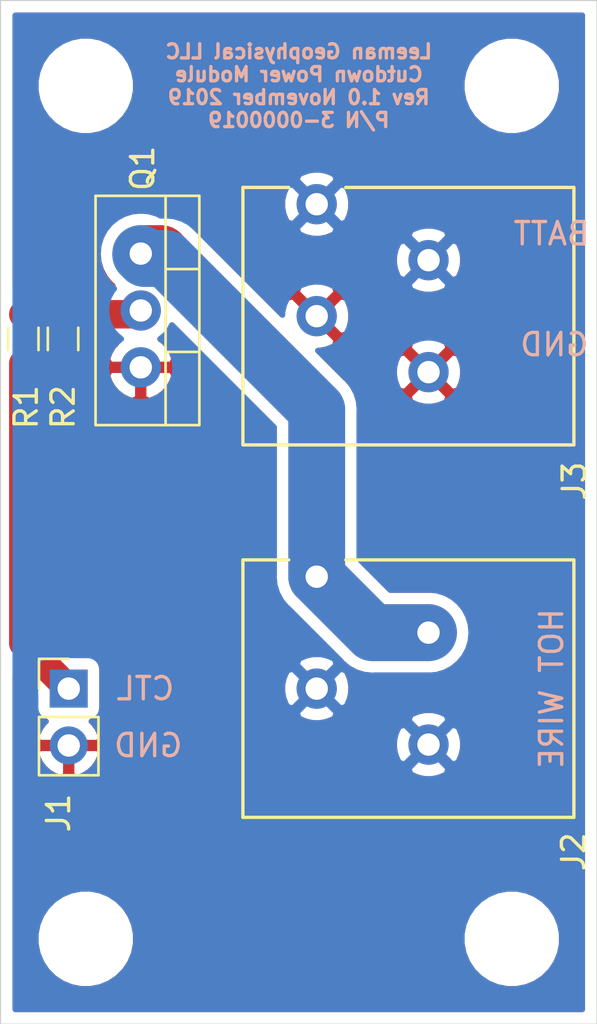
<source format=kicad_pcb>
(kicad_pcb (version 20171130) (host pcbnew "(5.1.4)-1")

  (general
    (thickness 1.6)
    (drawings 10)
    (tracks 19)
    (zones 0)
    (modules 10)
    (nets 6)
  )

  (page A4)
  (layers
    (0 F.Cu signal hide)
    (31 B.Cu signal hide)
    (32 B.Adhes user)
    (33 F.Adhes user hide)
    (34 B.Paste user)
    (35 F.Paste user)
    (36 B.SilkS user)
    (37 F.SilkS user)
    (38 B.Mask user)
    (39 F.Mask user)
    (40 Dwgs.User user)
    (41 Cmts.User user)
    (42 Eco1.User user)
    (43 Eco2.User user)
    (44 Edge.Cuts user)
    (45 Margin user)
    (46 B.CrtYd user)
    (47 F.CrtYd user)
    (48 B.Fab user)
    (49 F.Fab user hide)
  )

  (setup
    (last_trace_width 2.54)
    (user_trace_width 0.1524)
    (user_trace_width 0.3048)
    (user_trace_width 0.508)
    (user_trace_width 0.635)
    (user_trace_width 1.27)
    (user_trace_width 2.54)
    (user_trace_width 3.81)
    (trace_clearance 0.1524)
    (zone_clearance 0.508)
    (zone_45_only no)
    (trace_min 0.1524)
    (via_size 0.508)
    (via_drill 0.254)
    (via_min_size 0.508)
    (via_min_drill 0.254)
    (user_via 0.508 0.254)
    (user_via 1.016 0.508)
    (uvia_size 0.508)
    (uvia_drill 0.254)
    (uvias_allowed no)
    (uvia_min_size 0.508)
    (uvia_min_drill 0.254)
    (edge_width 0.05)
    (segment_width 0.2)
    (pcb_text_width 0.3)
    (pcb_text_size 1.5 1.5)
    (mod_edge_width 0.12)
    (mod_text_size 1 1)
    (mod_text_width 0.15)
    (pad_size 1.524 1.524)
    (pad_drill 0.762)
    (pad_to_mask_clearance 0.0508)
    (aux_axis_origin 0 0)
    (visible_elements 7FFFFFFF)
    (pcbplotparams
      (layerselection 0x010fc_ffffffff)
      (usegerberextensions false)
      (usegerberattributes false)
      (usegerberadvancedattributes false)
      (creategerberjobfile false)
      (excludeedgelayer true)
      (linewidth 0.100000)
      (plotframeref false)
      (viasonmask false)
      (mode 1)
      (useauxorigin false)
      (hpglpennumber 1)
      (hpglpenspeed 20)
      (hpglpendiameter 15.000000)
      (psnegative false)
      (psa4output false)
      (plotreference true)
      (plotvalue true)
      (plotinvisibletext false)
      (padsonsilk false)
      (subtractmaskfromsilk false)
      (outputformat 1)
      (mirror false)
      (drillshape 0)
      (scaleselection 1)
      (outputdirectory "../../Production/GERBERS/"))
  )

  (net 0 "")
  (net 1 GND)
  (net 2 "Net-(J1-Pad1)")
  (net 3 "Net-(J2-Pad2)")
  (net 4 "Net-(Q1-Pad2)")
  (net 5 "Net-(J2-Pad1)")

  (net_class Default "This is the default net class."
    (clearance 0.1524)
    (trace_width 0.1524)
    (via_dia 0.508)
    (via_drill 0.254)
    (uvia_dia 0.508)
    (uvia_drill 0.254)
    (diff_pair_width 0.1524)
    (diff_pair_gap 0.254)
    (add_net GND)
    (add_net "Net-(J1-Pad1)")
    (add_net "Net-(J2-Pad1)")
    (add_net "Net-(J2-Pad2)")
    (add_net "Net-(Q1-Pad2)")
  )

  (module Pin_Headers:Pin_Header_Straight_1x02_Pitch2.54mm (layer F.Cu) (tedit 59650532) (tstamp 5DD55B4F)
    (at 159.258 118.364)
    (descr "Through hole straight pin header, 1x02, 2.54mm pitch, single row")
    (tags "Through hole pin header THT 1x02 2.54mm single row")
    (path /5DD6DBBC)
    (fp_text reference J1 (at -0.459 5.556 270) (layer F.SilkS)
      (effects (font (size 1 1) (thickness 0.15)))
    )
    (fp_text value "Control Signal" (at 0 4.87) (layer F.Fab)
      (effects (font (size 1 1) (thickness 0.15)))
    )
    (fp_text user %R (at 0 1.27 90) (layer F.Fab)
      (effects (font (size 1 1) (thickness 0.15)))
    )
    (fp_line (start 1.8 -1.8) (end -1.8 -1.8) (layer F.CrtYd) (width 0.05))
    (fp_line (start 1.8 4.35) (end 1.8 -1.8) (layer F.CrtYd) (width 0.05))
    (fp_line (start -1.8 4.35) (end 1.8 4.35) (layer F.CrtYd) (width 0.05))
    (fp_line (start -1.8 -1.8) (end -1.8 4.35) (layer F.CrtYd) (width 0.05))
    (fp_line (start -1.33 -1.33) (end 0 -1.33) (layer F.SilkS) (width 0.12))
    (fp_line (start -1.33 0) (end -1.33 -1.33) (layer F.SilkS) (width 0.12))
    (fp_line (start -1.33 1.27) (end 1.33 1.27) (layer F.SilkS) (width 0.12))
    (fp_line (start 1.33 1.27) (end 1.33 3.87) (layer F.SilkS) (width 0.12))
    (fp_line (start -1.33 1.27) (end -1.33 3.87) (layer F.SilkS) (width 0.12))
    (fp_line (start -1.33 3.87) (end 1.33 3.87) (layer F.SilkS) (width 0.12))
    (fp_line (start -1.27 -0.635) (end -0.635 -1.27) (layer F.Fab) (width 0.1))
    (fp_line (start -1.27 3.81) (end -1.27 -0.635) (layer F.Fab) (width 0.1))
    (fp_line (start 1.27 3.81) (end -1.27 3.81) (layer F.Fab) (width 0.1))
    (fp_line (start 1.27 -1.27) (end 1.27 3.81) (layer F.Fab) (width 0.1))
    (fp_line (start -0.635 -1.27) (end 1.27 -1.27) (layer F.Fab) (width 0.1))
    (pad 2 thru_hole oval (at 0 2.54) (size 1.7 1.7) (drill 1) (layers *.Cu *.Mask)
      (net 1 GND))
    (pad 1 thru_hole rect (at 0 0) (size 1.7 1.7) (drill 1) (layers *.Cu *.Mask)
      (net 2 "Net-(J1-Pad1)"))
    (model ${KISYS3DMOD}/Pin_Headers.3dshapes/Pin_Header_Straight_1x02_Pitch2.54mm.wrl
      (at (xyz 0 0 0))
      (scale (xyz 1 1 1))
      (rotate (xyz 0 0 0))
    )
  )

  (module lib_fp:1986711-2 (layer F.Cu) (tedit 5DD554D3) (tstamp 5DD559BA)
    (at 172.847 118.364 90)
    (path /5DD6D740)
    (fp_text reference J2 (at -7.287 8.984 90) (layer F.SilkS)
      (effects (font (size 1 1) (thickness 0.15)))
    )
    (fp_text value "Heater Coil" (at 0 -0.5 90) (layer F.Fab)
      (effects (font (size 1 1) (thickness 0.15)))
    )
    (fp_line (start -5.75 -5.8) (end -5.75 9) (layer F.SilkS) (width 0.15))
    (fp_line (start -5.75 9) (end 5.75 9) (layer F.SilkS) (width 0.15))
    (fp_line (start 5.75 9) (end 5.75 -1.2) (layer F.SilkS) (width 0.15))
    (fp_line (start 5.75 -5.8) (end -5.75 -5.8) (layer F.SilkS) (width 0.15))
    (fp_line (start 5.75 -5.8) (end 5.75 -3.75) (layer F.SilkS) (width 0.15))
    (pad 1 thru_hole circle (at -2.5 2.5 90) (size 1.8 1.8) (drill 1) (layers *.Cu *.Mask)
      (net 5 "Net-(J2-Pad1)"))
    (pad 1 thru_hole circle (at 0 -2.5 90) (size 1.8 1.8) (drill 1) (layers *.Cu *.Mask)
      (net 5 "Net-(J2-Pad1)"))
    (pad 2 thru_hole circle (at 2.5 2.5 90) (size 1.8 1.8) (drill 1) (layers *.Cu *.Mask)
      (net 3 "Net-(J2-Pad2)"))
    (pad 2 thru_hole circle (at 5 -2.5 90) (size 1.8 1.8) (drill 1) (layers *.Cu *.Mask)
      (net 3 "Net-(J2-Pad2)"))
  )

  (module TO_SOT_Packages_THT:TO-220-3_Vertical (layer F.Cu) (tedit 58CE52AD) (tstamp 5DD559D4)
    (at 162.478999 98.933 270)
    (descr "TO-220-3, Vertical, RM 2.54mm")
    (tags "TO-220-3 Vertical RM 2.54mm")
    (path /5DD6A8BA)
    (fp_text reference Q1 (at -3.81 -0.081001 90) (layer F.SilkS)
      (effects (font (size 1 1) (thickness 0.15)))
    )
    (fp_text value FQP30N06L (at 2.54 3.92 90) (layer F.Fab)
      (effects (font (size 1 1) (thickness 0.15)))
    )
    (fp_line (start 7.79 -2.75) (end -2.71 -2.75) (layer F.CrtYd) (width 0.05))
    (fp_line (start 7.79 2.16) (end 7.79 -2.75) (layer F.CrtYd) (width 0.05))
    (fp_line (start -2.71 2.16) (end 7.79 2.16) (layer F.CrtYd) (width 0.05))
    (fp_line (start -2.71 -2.75) (end -2.71 2.16) (layer F.CrtYd) (width 0.05))
    (fp_line (start 4.391 -2.62) (end 4.391 -1.11) (layer F.SilkS) (width 0.12))
    (fp_line (start 0.69 -2.62) (end 0.69 -1.11) (layer F.SilkS) (width 0.12))
    (fp_line (start -2.58 -1.11) (end 7.66 -1.11) (layer F.SilkS) (width 0.12))
    (fp_line (start 7.66 -2.62) (end 7.66 2.021) (layer F.SilkS) (width 0.12))
    (fp_line (start -2.58 -2.62) (end -2.58 2.021) (layer F.SilkS) (width 0.12))
    (fp_line (start -2.58 2.021) (end 7.66 2.021) (layer F.SilkS) (width 0.12))
    (fp_line (start -2.58 -2.62) (end 7.66 -2.62) (layer F.SilkS) (width 0.12))
    (fp_line (start 4.39 -2.5) (end 4.39 -1.23) (layer F.Fab) (width 0.1))
    (fp_line (start 0.69 -2.5) (end 0.69 -1.23) (layer F.Fab) (width 0.1))
    (fp_line (start -2.46 -1.23) (end 7.54 -1.23) (layer F.Fab) (width 0.1))
    (fp_line (start 7.54 -2.5) (end -2.46 -2.5) (layer F.Fab) (width 0.1))
    (fp_line (start 7.54 1.9) (end 7.54 -2.5) (layer F.Fab) (width 0.1))
    (fp_line (start -2.46 1.9) (end 7.54 1.9) (layer F.Fab) (width 0.1))
    (fp_line (start -2.46 -2.5) (end -2.46 1.9) (layer F.Fab) (width 0.1))
    (fp_text user %R (at 2.54 -3.62 90) (layer F.Fab)
      (effects (font (size 1 1) (thickness 0.15)))
    )
    (pad 3 thru_hole oval (at 5.08 0 270) (size 1.8 1.8) (drill 1) (layers *.Cu *.Mask)
      (net 1 GND))
    (pad 2 thru_hole oval (at 2.54 0 270) (size 1.8 1.8) (drill 1) (layers *.Cu *.Mask)
      (net 4 "Net-(Q1-Pad2)"))
    (pad 1 thru_hole rect (at 0 0 270) (size 1.8 1.8) (drill 1) (layers *.Cu *.Mask)
      (net 3 "Net-(J2-Pad2)"))
    (model ${KISYS3DMOD}/TO_SOT_Packages_THT.3dshapes/TO-220-3_Vertical.wrl
      (offset (xyz 2.539999961853027 0 0))
      (scale (xyz 0.393701 0.393701 0.393701))
      (rotate (xyz 0 0 0))
    )
  )

  (module Resistors_SMD:R_0603_HandSoldering (layer F.Cu) (tedit 58E0A804) (tstamp 5DD559E5)
    (at 157.226 102.743 270)
    (descr "Resistor SMD 0603, hand soldering")
    (tags "resistor 0603")
    (path /5DD6A268)
    (attr smd)
    (fp_text reference R1 (at 3.048 -0.127 90) (layer F.SilkS)
      (effects (font (size 1 1) (thickness 0.15)))
    )
    (fp_text value 0R0 (at 0 1.55 90) (layer F.Fab)
      (effects (font (size 1 1) (thickness 0.15)))
    )
    (fp_line (start 1.95 0.7) (end -1.96 0.7) (layer F.CrtYd) (width 0.05))
    (fp_line (start 1.95 0.7) (end 1.95 -0.7) (layer F.CrtYd) (width 0.05))
    (fp_line (start -1.96 -0.7) (end -1.96 0.7) (layer F.CrtYd) (width 0.05))
    (fp_line (start -1.96 -0.7) (end 1.95 -0.7) (layer F.CrtYd) (width 0.05))
    (fp_line (start -0.5 -0.68) (end 0.5 -0.68) (layer F.SilkS) (width 0.12))
    (fp_line (start 0.5 0.68) (end -0.5 0.68) (layer F.SilkS) (width 0.12))
    (fp_line (start -0.8 -0.4) (end 0.8 -0.4) (layer F.Fab) (width 0.1))
    (fp_line (start 0.8 -0.4) (end 0.8 0.4) (layer F.Fab) (width 0.1))
    (fp_line (start 0.8 0.4) (end -0.8 0.4) (layer F.Fab) (width 0.1))
    (fp_line (start -0.8 0.4) (end -0.8 -0.4) (layer F.Fab) (width 0.1))
    (fp_text user %R (at 0 0 90) (layer F.Fab)
      (effects (font (size 0.4 0.4) (thickness 0.075)))
    )
    (pad 2 smd rect (at 1.1 0 270) (size 1.2 0.9) (layers F.Cu F.Paste F.Mask)
      (net 2 "Net-(J1-Pad1)"))
    (pad 1 smd rect (at -1.1 0 270) (size 1.2 0.9) (layers F.Cu F.Paste F.Mask)
      (net 4 "Net-(Q1-Pad2)"))
    (model ${KISYS3DMOD}/Resistors_SMD.3dshapes/R_0603.wrl
      (at (xyz 0 0 0))
      (scale (xyz 1 1 1))
      (rotate (xyz 0 0 0))
    )
  )

  (module Resistors_SMD:R_0603_HandSoldering (layer F.Cu) (tedit 58E0A804) (tstamp 5DD55C1F)
    (at 159.004 102.743 270)
    (descr "Resistor SMD 0603, hand soldering")
    (tags "resistor 0603")
    (path /5DD6A40B)
    (attr smd)
    (fp_text reference R2 (at 3.048 0 90) (layer F.SilkS)
      (effects (font (size 1 1) (thickness 0.15)))
    )
    (fp_text value 10k (at 0 1.55 90) (layer F.Fab)
      (effects (font (size 1 1) (thickness 0.15)))
    )
    (fp_text user %R (at 0 0 90) (layer F.Fab)
      (effects (font (size 0.4 0.4) (thickness 0.075)))
    )
    (fp_line (start -0.8 0.4) (end -0.8 -0.4) (layer F.Fab) (width 0.1))
    (fp_line (start 0.8 0.4) (end -0.8 0.4) (layer F.Fab) (width 0.1))
    (fp_line (start 0.8 -0.4) (end 0.8 0.4) (layer F.Fab) (width 0.1))
    (fp_line (start -0.8 -0.4) (end 0.8 -0.4) (layer F.Fab) (width 0.1))
    (fp_line (start 0.5 0.68) (end -0.5 0.68) (layer F.SilkS) (width 0.12))
    (fp_line (start -0.5 -0.68) (end 0.5 -0.68) (layer F.SilkS) (width 0.12))
    (fp_line (start -1.96 -0.7) (end 1.95 -0.7) (layer F.CrtYd) (width 0.05))
    (fp_line (start -1.96 -0.7) (end -1.96 0.7) (layer F.CrtYd) (width 0.05))
    (fp_line (start 1.95 0.7) (end 1.95 -0.7) (layer F.CrtYd) (width 0.05))
    (fp_line (start 1.95 0.7) (end -1.96 0.7) (layer F.CrtYd) (width 0.05))
    (pad 1 smd rect (at -1.1 0 270) (size 1.2 0.9) (layers F.Cu F.Paste F.Mask)
      (net 4 "Net-(Q1-Pad2)"))
    (pad 2 smd rect (at 1.1 0 270) (size 1.2 0.9) (layers F.Cu F.Paste F.Mask)
      (net 1 GND))
    (model ${KISYS3DMOD}/Resistors_SMD.3dshapes/R_0603.wrl
      (at (xyz 0 0 0))
      (scale (xyz 1 1 1))
      (rotate (xyz 0 0 0))
    )
  )

  (module Mounting_Holes:MountingHole_3.2mm_M3_ISO7380 (layer F.Cu) (tedit 56D1B4CB) (tstamp 5DE68FE3)
    (at 160.02 91.44)
    (descr "Mounting Hole 3.2mm, no annular, M3, ISO7380")
    (tags "mounting hole 3.2mm no annular m3 iso7380")
    (path /5DD9CDFC)
    (attr virtual)
    (fp_text reference H1 (at 0 -3.85) (layer F.SilkS) hide
      (effects (font (size 1 1) (thickness 0.15)))
    )
    (fp_text value MountingHole (at 0 3.85) (layer F.Fab)
      (effects (font (size 1 1) (thickness 0.15)))
    )
    (fp_circle (center 0 0) (end 3.1 0) (layer F.CrtYd) (width 0.05))
    (fp_circle (center 0 0) (end 2.85 0) (layer Cmts.User) (width 0.15))
    (fp_text user %R (at 0.3 0) (layer F.Fab)
      (effects (font (size 1 1) (thickness 0.15)))
    )
    (pad 1 np_thru_hole circle (at 0 0) (size 3.2 3.2) (drill 3.2) (layers *.Cu *.Mask))
  )

  (module Mounting_Holes:MountingHole_3.2mm_M3_ISO7380 (layer F.Cu) (tedit 56D1B4CB) (tstamp 5DD55DB1)
    (at 160.02 129.54)
    (descr "Mounting Hole 3.2mm, no annular, M3, ISO7380")
    (tags "mounting hole 3.2mm no annular m3 iso7380")
    (path /5DD9D98B)
    (attr virtual)
    (fp_text reference H2 (at 0 -3.85) (layer F.SilkS) hide
      (effects (font (size 1 1) (thickness 0.15)))
    )
    (fp_text value MountingHole (at 0 3.85) (layer F.Fab)
      (effects (font (size 1 1) (thickness 0.15)))
    )
    (fp_circle (center 0 0) (end 3.1 0) (layer F.CrtYd) (width 0.05))
    (fp_circle (center 0 0) (end 2.85 0) (layer Cmts.User) (width 0.15))
    (fp_text user %R (at 0.3 0) (layer F.Fab)
      (effects (font (size 1 1) (thickness 0.15)))
    )
    (pad 1 np_thru_hole circle (at 0 0) (size 3.2 3.2) (drill 3.2) (layers *.Cu *.Mask))
  )

  (module lib_fp:1986711-2 (layer F.Cu) (tedit 5DD554D3) (tstamp 5DE68DD0)
    (at 172.847 101.727 90)
    (path /5DE68E8C)
    (fp_text reference J3 (at -7.366 9.017 90) (layer F.SilkS)
      (effects (font (size 1 1) (thickness 0.15)))
    )
    (fp_text value "Battery Pack" (at 0 -0.5 90) (layer F.Fab)
      (effects (font (size 1 1) (thickness 0.15)))
    )
    (fp_line (start -5.75 -5.8) (end -5.75 9) (layer F.SilkS) (width 0.15))
    (fp_line (start -5.75 9) (end 5.75 9) (layer F.SilkS) (width 0.15))
    (fp_line (start 5.75 9) (end 5.75 -1.2) (layer F.SilkS) (width 0.15))
    (fp_line (start 5.75 -5.8) (end -5.75 -5.8) (layer F.SilkS) (width 0.15))
    (fp_line (start 5.75 -5.8) (end 5.75 -3.75) (layer F.SilkS) (width 0.15))
    (pad 1 thru_hole circle (at -2.5 2.5 90) (size 1.8 1.8) (drill 1) (layers *.Cu *.Mask)
      (net 1 GND))
    (pad 1 thru_hole circle (at 0 -2.5 90) (size 1.8 1.8) (drill 1) (layers *.Cu *.Mask)
      (net 1 GND))
    (pad 2 thru_hole circle (at 2.5 2.5 90) (size 1.8 1.8) (drill 1) (layers *.Cu *.Mask)
      (net 5 "Net-(J2-Pad1)"))
    (pad 2 thru_hole circle (at 5 -2.5 90) (size 1.8 1.8) (drill 1) (layers *.Cu *.Mask)
      (net 5 "Net-(J2-Pad1)"))
  )

  (module Mounting_Holes:MountingHole_3.2mm_M3_ISO7380 (layer F.Cu) (tedit 56D1B4CB) (tstamp 5DE68E14)
    (at 179.07 129.54)
    (descr "Mounting Hole 3.2mm, no annular, M3, ISO7380")
    (tags "mounting hole 3.2mm no annular m3 iso7380")
    (path /5DE6995C)
    (attr virtual)
    (fp_text reference H3 (at 0 -3.85) (layer F.SilkS) hide
      (effects (font (size 1 1) (thickness 0.15)))
    )
    (fp_text value MountingHole (at 0 3.85) (layer F.Fab)
      (effects (font (size 1 1) (thickness 0.15)))
    )
    (fp_circle (center 0 0) (end 3.1 0) (layer F.CrtYd) (width 0.05))
    (fp_circle (center 0 0) (end 2.85 0) (layer Cmts.User) (width 0.15))
    (fp_text user %R (at 0.3 0) (layer F.Fab)
      (effects (font (size 1 1) (thickness 0.15)))
    )
    (pad 1 np_thru_hole circle (at 0 0) (size 3.2 3.2) (drill 3.2) (layers *.Cu *.Mask))
  )

  (module Mounting_Holes:MountingHole_3.2mm_M3_ISO7380 (layer F.Cu) (tedit 56D1B4CB) (tstamp 5DE68E1C)
    (at 179.07 91.44)
    (descr "Mounting Hole 3.2mm, no annular, M3, ISO7380")
    (tags "mounting hole 3.2mm no annular m3 iso7380")
    (path /5DE69964)
    (attr virtual)
    (fp_text reference H4 (at 0 -3.85) (layer F.SilkS) hide
      (effects (font (size 1 1) (thickness 0.15)))
    )
    (fp_text value MountingHole (at 0 3.85) (layer F.Fab)
      (effects (font (size 1 1) (thickness 0.15)))
    )
    (fp_text user %R (at 0.3 0) (layer F.Fab)
      (effects (font (size 1 1) (thickness 0.15)))
    )
    (fp_circle (center 0 0) (end 2.85 0) (layer Cmts.User) (width 0.15))
    (fp_circle (center 0 0) (end 3.1 0) (layer F.CrtYd) (width 0.05))
    (pad 1 np_thru_hole circle (at 0 0) (size 3.2 3.2) (drill 3.2) (layers *.Cu *.Mask))
  )

  (gr_text "HOT WIRE" (at 180.848 118.364 90) (layer B.SilkS) (tstamp 5DE6B2B0)
    (effects (font (size 1 1) (thickness 0.15)) (justify mirror))
  )
  (gr_text BATT (at 180.848 98.044) (layer B.SilkS) (tstamp 5DE6B2AB)
    (effects (font (size 1 1) (thickness 0.15)) (justify mirror))
  )
  (gr_text GND (at 180.975 102.997) (layer B.SilkS) (tstamp 5DE6B2A9)
    (effects (font (size 1 1) (thickness 0.15)) (justify mirror))
  )
  (gr_line (start 156.21 133.35) (end 156.21 87.63) (layer Edge.Cuts) (width 0.05) (tstamp 5DE69006))
  (gr_line (start 182.88 133.35) (end 156.21 133.35) (layer Edge.Cuts) (width 0.05))
  (gr_line (start 182.88 87.63) (end 182.88 133.35) (layer Edge.Cuts) (width 0.05))
  (gr_line (start 156.21 87.63) (end 182.88 87.63) (layer Edge.Cuts) (width 0.05))
  (gr_text "Leeman Geophysical LLC\nCutdown Power Module\nRev 1.0 November 2019\nP/N 3-0000019\n" (at 169.545 91.44) (layer B.SilkS)
    (effects (font (size 0.635 0.635) (thickness 0.15)) (justify mirror))
  )
  (gr_text CTL (at 162.687 118.364) (layer B.SilkS)
    (effects (font (size 1 1) (thickness 0.15)) (justify mirror))
  )
  (gr_text GND (at 162.814 120.904) (layer B.SilkS)
    (effects (font (size 1 1) (thickness 0.15)) (justify mirror))
  )

  (segment (start 157.226 116.332) (end 159.258 118.364) (width 1.27) (layer F.Cu) (net 2) (status 20))
  (segment (start 157.226 103.843) (end 157.226 116.332) (width 1.27) (layer F.Cu) (net 2) (status 10))
  (segment (start 170.347 112.091208) (end 170.347 113.364) (width 2.54) (layer F.Cu) (net 3) (status 20))
  (segment (start 170.347 105.903847) (end 170.347 112.091208) (width 2.54) (layer F.Cu) (net 3))
  (segment (start 163.376153 98.933) (end 170.347 105.903847) (width 2.54) (layer F.Cu) (net 3) (status 10))
  (segment (start 162.478999 98.933) (end 163.376153 98.933) (width 2.54) (layer F.Cu) (net 3) (status 30))
  (segment (start 172.847 115.864) (end 170.347 113.364) (width 2.54) (layer F.Cu) (net 3) (status 20))
  (segment (start 175.347 115.864) (end 172.847 115.864) (width 2.54) (layer F.Cu) (net 3) (status 10))
  (segment (start 170.347 112.091208) (end 170.347 113.364) (width 2.54) (layer B.Cu) (net 3) (status 20))
  (segment (start 170.347 105.903847) (end 170.347 112.091208) (width 2.54) (layer B.Cu) (net 3))
  (segment (start 163.593752 99.150599) (end 170.347 105.903847) (width 2.54) (layer B.Cu) (net 3))
  (segment (start 162.650599 99.150599) (end 163.593752 99.150599) (width 2.54) (layer B.Cu) (net 3) (status 10))
  (segment (start 162.478999 98.933) (end 162.478999 98.978999) (width 2.54) (layer B.Cu) (net 3) (status 30))
  (segment (start 162.478999 98.978999) (end 162.650599 99.150599) (width 2.54) (layer B.Cu) (net 3) (status 30))
  (segment (start 172.847 115.864) (end 170.347 113.364) (width 2.54) (layer B.Cu) (net 3) (status 20))
  (segment (start 175.347 115.864) (end 172.847 115.864) (width 2.54) (layer B.Cu) (net 3) (status 10))
  (segment (start 157.226 101.643) (end 159.004 101.643) (width 1.27) (layer F.Cu) (net 4) (status 30))
  (segment (start 162.308999 101.643) (end 162.478999 101.473) (width 1.27) (layer F.Cu) (net 4) (status 30))
  (segment (start 159.004 101.643) (end 162.308999 101.643) (width 1.27) (layer F.Cu) (net 4) (status 30))

  (zone (net 1) (net_name GND) (layer F.Cu) (tstamp 5DE6B43D) (hatch edge 0.508)
    (connect_pads (clearance 0.508))
    (min_thickness 0.254)
    (fill yes (arc_segments 32) (thermal_gap 0.508) (thermal_bridge_width 0.508))
    (polygon
      (pts
        (xy 155.575 86.995) (xy 183.515 86.995) (xy 183.515 133.985) (xy 155.575 133.985)
      )
    )
    (filled_polygon
      (pts
        (xy 182.220001 132.69) (xy 156.87 132.69) (xy 156.87 129.319872) (xy 157.785 129.319872) (xy 157.785 129.760128)
        (xy 157.87089 130.191925) (xy 158.039369 130.598669) (xy 158.283962 130.964729) (xy 158.595271 131.276038) (xy 158.961331 131.520631)
        (xy 159.368075 131.68911) (xy 159.799872 131.775) (xy 160.240128 131.775) (xy 160.671925 131.68911) (xy 161.078669 131.520631)
        (xy 161.444729 131.276038) (xy 161.756038 130.964729) (xy 162.000631 130.598669) (xy 162.16911 130.191925) (xy 162.255 129.760128)
        (xy 162.255 129.319872) (xy 176.835 129.319872) (xy 176.835 129.760128) (xy 176.92089 130.191925) (xy 177.089369 130.598669)
        (xy 177.333962 130.964729) (xy 177.645271 131.276038) (xy 178.011331 131.520631) (xy 178.418075 131.68911) (xy 178.849872 131.775)
        (xy 179.290128 131.775) (xy 179.721925 131.68911) (xy 180.128669 131.520631) (xy 180.494729 131.276038) (xy 180.806038 130.964729)
        (xy 181.050631 130.598669) (xy 181.21911 130.191925) (xy 181.305 129.760128) (xy 181.305 129.319872) (xy 181.21911 128.888075)
        (xy 181.050631 128.481331) (xy 180.806038 128.115271) (xy 180.494729 127.803962) (xy 180.128669 127.559369) (xy 179.721925 127.39089)
        (xy 179.290128 127.305) (xy 178.849872 127.305) (xy 178.418075 127.39089) (xy 178.011331 127.559369) (xy 177.645271 127.803962)
        (xy 177.333962 128.115271) (xy 177.089369 128.481331) (xy 176.92089 128.888075) (xy 176.835 129.319872) (xy 162.255 129.319872)
        (xy 162.16911 128.888075) (xy 162.000631 128.481331) (xy 161.756038 128.115271) (xy 161.444729 127.803962) (xy 161.078669 127.559369)
        (xy 160.671925 127.39089) (xy 160.240128 127.305) (xy 159.799872 127.305) (xy 159.368075 127.39089) (xy 158.961331 127.559369)
        (xy 158.595271 127.803962) (xy 158.283962 128.115271) (xy 158.039369 128.481331) (xy 157.87089 128.888075) (xy 157.785 129.319872)
        (xy 156.87 129.319872) (xy 156.87 121.26089) (xy 157.816524 121.26089) (xy 157.861175 121.408099) (xy 157.986359 121.67092)
        (xy 158.160412 121.904269) (xy 158.376645 122.099178) (xy 158.626748 122.248157) (xy 158.901109 122.345481) (xy 159.131 122.224814)
        (xy 159.131 121.031) (xy 159.385 121.031) (xy 159.385 122.224814) (xy 159.614891 122.345481) (xy 159.889252 122.248157)
        (xy 160.139355 122.099178) (xy 160.355588 121.904269) (xy 160.529641 121.67092) (xy 160.654825 121.408099) (xy 160.699476 121.26089)
        (xy 160.578155 121.031) (xy 159.385 121.031) (xy 159.131 121.031) (xy 157.937845 121.031) (xy 157.816524 121.26089)
        (xy 156.87 121.26089) (xy 156.87 117.77205) (xy 157.769928 118.671979) (xy 157.769928 119.214) (xy 157.782188 119.338482)
        (xy 157.818498 119.45818) (xy 157.877463 119.568494) (xy 157.956815 119.665185) (xy 158.053506 119.744537) (xy 158.16382 119.803502)
        (xy 158.244466 119.827966) (xy 158.160412 119.903731) (xy 157.986359 120.13708) (xy 157.861175 120.399901) (xy 157.816524 120.54711)
        (xy 157.937845 120.777) (xy 159.131 120.777) (xy 159.131 120.757) (xy 159.385 120.757) (xy 159.385 120.777)
        (xy 160.578155 120.777) (xy 160.612027 120.712816) (xy 173.812 120.712816) (xy 173.812 121.015184) (xy 173.870989 121.311743)
        (xy 173.986701 121.591095) (xy 174.154688 121.842505) (xy 174.368495 122.056312) (xy 174.619905 122.224299) (xy 174.899257 122.340011)
        (xy 175.195816 122.399) (xy 175.498184 122.399) (xy 175.794743 122.340011) (xy 176.074095 122.224299) (xy 176.325505 122.056312)
        (xy 176.539312 121.842505) (xy 176.707299 121.591095) (xy 176.823011 121.311743) (xy 176.882 121.015184) (xy 176.882 120.712816)
        (xy 176.823011 120.416257) (xy 176.707299 120.136905) (xy 176.539312 119.885495) (xy 176.325505 119.671688) (xy 176.074095 119.503701)
        (xy 175.794743 119.387989) (xy 175.498184 119.329) (xy 175.195816 119.329) (xy 174.899257 119.387989) (xy 174.619905 119.503701)
        (xy 174.368495 119.671688) (xy 174.154688 119.885495) (xy 173.986701 120.136905) (xy 173.870989 120.416257) (xy 173.812 120.712816)
        (xy 160.612027 120.712816) (xy 160.699476 120.54711) (xy 160.654825 120.399901) (xy 160.529641 120.13708) (xy 160.355588 119.903731)
        (xy 160.271534 119.827966) (xy 160.35218 119.803502) (xy 160.462494 119.744537) (xy 160.559185 119.665185) (xy 160.638537 119.568494)
        (xy 160.697502 119.45818) (xy 160.733812 119.338482) (xy 160.746072 119.214) (xy 160.746072 118.212816) (xy 168.812 118.212816)
        (xy 168.812 118.515184) (xy 168.870989 118.811743) (xy 168.986701 119.091095) (xy 169.154688 119.342505) (xy 169.368495 119.556312)
        (xy 169.619905 119.724299) (xy 169.899257 119.840011) (xy 170.195816 119.899) (xy 170.498184 119.899) (xy 170.794743 119.840011)
        (xy 171.074095 119.724299) (xy 171.325505 119.556312) (xy 171.539312 119.342505) (xy 171.707299 119.091095) (xy 171.823011 118.811743)
        (xy 171.882 118.515184) (xy 171.882 118.212816) (xy 171.823011 117.916257) (xy 171.707299 117.636905) (xy 171.539312 117.385495)
        (xy 171.325505 117.171688) (xy 171.074095 117.003701) (xy 170.794743 116.887989) (xy 170.498184 116.829) (xy 170.195816 116.829)
        (xy 169.899257 116.887989) (xy 169.619905 117.003701) (xy 169.368495 117.171688) (xy 169.154688 117.385495) (xy 168.986701 117.636905)
        (xy 168.870989 117.916257) (xy 168.812 118.212816) (xy 160.746072 118.212816) (xy 160.746072 117.514) (xy 160.733812 117.389518)
        (xy 160.697502 117.26982) (xy 160.638537 117.159506) (xy 160.559185 117.062815) (xy 160.462494 116.983463) (xy 160.35218 116.924498)
        (xy 160.232482 116.888188) (xy 160.108 116.875928) (xy 159.565979 116.875928) (xy 158.496 115.80595) (xy 158.496 105.07536)
        (xy 158.554 105.081072) (xy 158.71825 105.078) (xy 158.877 104.91925) (xy 158.877 103.97) (xy 159.131 103.97)
        (xy 159.131 104.91925) (xy 159.28975 105.078) (xy 159.454 105.081072) (xy 159.578482 105.068812) (xy 159.69818 105.032502)
        (xy 159.808494 104.973537) (xy 159.905185 104.894185) (xy 159.984537 104.797494) (xy 160.043502 104.68718) (xy 160.079812 104.567482)
        (xy 160.092072 104.443) (xy 160.091435 104.377741) (xy 160.987958 104.377741) (xy 161.087765 104.66162) (xy 161.241037 104.920573)
        (xy 161.441883 105.144649) (xy 161.682585 105.325236) (xy 161.953892 105.455394) (xy 162.114259 105.504036) (xy 162.351999 105.383378)
        (xy 162.351999 104.14) (xy 162.605999 104.14) (xy 162.605999 105.383378) (xy 162.843739 105.504036) (xy 163.004106 105.455394)
        (xy 163.275413 105.325236) (xy 163.516115 105.144649) (xy 163.716961 104.920573) (xy 163.870233 104.66162) (xy 163.97004 104.377741)
        (xy 163.849991 104.14) (xy 162.605999 104.14) (xy 162.351999 104.14) (xy 161.108007 104.14) (xy 160.987958 104.377741)
        (xy 160.091435 104.377741) (xy 160.089 104.12875) (xy 159.93025 103.97) (xy 159.131 103.97) (xy 158.877 103.97)
        (xy 158.857 103.97) (xy 158.857 103.716) (xy 158.877 103.716) (xy 158.877 103.696) (xy 159.131 103.696)
        (xy 159.131 103.716) (xy 159.93025 103.716) (xy 160.089 103.55725) (xy 160.092072 103.243) (xy 160.079812 103.118518)
        (xy 160.043502 102.99882) (xy 159.99763 102.913) (xy 161.413515 102.913) (xy 161.241037 103.105427) (xy 161.087765 103.36438)
        (xy 160.987958 103.648259) (xy 161.108007 103.886) (xy 162.351999 103.886) (xy 162.351999 103.866) (xy 162.605999 103.866)
        (xy 162.605999 103.886) (xy 163.849991 103.886) (xy 163.97004 103.648259) (xy 163.870233 103.36438) (xy 163.716961 103.105427)
        (xy 163.516115 102.881351) (xy 163.341857 102.750614) (xy 163.56966 102.563661) (xy 163.76148 102.329927) (xy 163.872082 102.123005)
        (xy 168.442 106.692924) (xy 168.442001 111.997617) (xy 168.442 111.997627) (xy 168.442 113.27042) (xy 168.432783 113.364)
        (xy 168.442 113.45758) (xy 168.442 113.457582) (xy 168.469564 113.737445) (xy 168.536773 113.959) (xy 168.578495 114.096539)
        (xy 168.755387 114.427482) (xy 168.817939 114.503701) (xy 168.993445 114.717556) (xy 169.06614 114.777215) (xy 171.433784 117.14486)
        (xy 171.493444 117.217556) (xy 171.685319 117.375023) (xy 171.783517 117.455613) (xy 171.885424 117.510083) (xy 172.114461 117.632506)
        (xy 172.473555 117.741436) (xy 172.753418 117.769) (xy 172.75342 117.769) (xy 172.847 117.778217) (xy 172.94058 117.769)
        (xy 175.440582 117.769) (xy 175.720445 117.741436) (xy 176.079539 117.632506) (xy 176.410482 117.455613) (xy 176.700556 117.217556)
        (xy 176.938613 116.927482) (xy 177.115506 116.596539) (xy 177.224436 116.237445) (xy 177.261217 115.864) (xy 177.224436 115.490555)
        (xy 177.115506 115.131461) (xy 176.938613 114.800518) (xy 176.700556 114.510444) (xy 176.410482 114.272387) (xy 176.079539 114.095494)
        (xy 175.720445 113.986564) (xy 175.440582 113.959) (xy 173.636076 113.959) (xy 172.252 112.574925) (xy 172.252 105.997418)
        (xy 172.261216 105.903846) (xy 172.252 105.810274) (xy 172.252 105.810265) (xy 172.224436 105.530402) (xy 172.151839 105.29108)
        (xy 174.462525 105.29108) (xy 174.546208 105.545261) (xy 174.818775 105.676158) (xy 175.111642 105.751365) (xy 175.413553 105.767991)
        (xy 175.712907 105.725397) (xy 175.998199 105.625222) (xy 176.147792 105.545261) (xy 176.231475 105.29108) (xy 175.347 104.406605)
        (xy 174.462525 105.29108) (xy 172.151839 105.29108) (xy 172.115506 105.171308) (xy 171.938613 104.840365) (xy 171.700556 104.550291)
        (xy 171.627866 104.490636) (xy 171.430783 104.293553) (xy 173.806009 104.293553) (xy 173.848603 104.592907) (xy 173.948778 104.878199)
        (xy 174.028739 105.027792) (xy 174.28292 105.111475) (xy 175.167395 104.227) (xy 175.526605 104.227) (xy 176.41108 105.111475)
        (xy 176.665261 105.027792) (xy 176.796158 104.755225) (xy 176.871365 104.462358) (xy 176.887991 104.160447) (xy 176.845397 103.861093)
        (xy 176.745222 103.575801) (xy 176.665261 103.426208) (xy 176.41108 103.342525) (xy 175.526605 104.227) (xy 175.167395 104.227)
        (xy 174.28292 103.342525) (xy 174.028739 103.426208) (xy 173.897842 103.698775) (xy 173.822635 103.991642) (xy 173.806009 104.293553)
        (xy 171.430783 104.293553) (xy 170.404735 103.267505) (xy 170.413553 103.267991) (xy 170.712907 103.225397) (xy 170.890837 103.16292)
        (xy 174.462525 103.16292) (xy 175.347 104.047395) (xy 176.231475 103.16292) (xy 176.147792 102.908739) (xy 175.875225 102.777842)
        (xy 175.582358 102.702635) (xy 175.280447 102.686009) (xy 174.981093 102.728603) (xy 174.695801 102.828778) (xy 174.546208 102.908739)
        (xy 174.462525 103.16292) (xy 170.890837 103.16292) (xy 170.998199 103.125222) (xy 171.147792 103.045261) (xy 171.231475 102.79108)
        (xy 170.347 101.906605) (xy 170.332858 101.920748) (xy 170.153253 101.741143) (xy 170.167395 101.727) (xy 170.526605 101.727)
        (xy 171.41108 102.611475) (xy 171.665261 102.527792) (xy 171.796158 102.255225) (xy 171.871365 101.962358) (xy 171.887991 101.660447)
        (xy 171.845397 101.361093) (xy 171.745222 101.075801) (xy 171.665261 100.926208) (xy 171.41108 100.842525) (xy 170.526605 101.727)
        (xy 170.167395 101.727) (xy 169.28292 100.842525) (xy 169.028739 100.926208) (xy 168.897842 101.198775) (xy 168.822635 101.491642)
        (xy 168.812522 101.675292) (xy 167.80015 100.66292) (xy 169.462525 100.66292) (xy 170.347 101.547395) (xy 171.231475 100.66292)
        (xy 171.147792 100.408739) (xy 170.875225 100.277842) (xy 170.582358 100.202635) (xy 170.280447 100.186009) (xy 169.981093 100.228603)
        (xy 169.695801 100.328778) (xy 169.546208 100.408739) (xy 169.462525 100.66292) (xy 167.80015 100.66292) (xy 166.213045 99.075816)
        (xy 173.812 99.075816) (xy 173.812 99.378184) (xy 173.870989 99.674743) (xy 173.986701 99.954095) (xy 174.154688 100.205505)
        (xy 174.368495 100.419312) (xy 174.619905 100.587299) (xy 174.899257 100.703011) (xy 175.195816 100.762) (xy 175.498184 100.762)
        (xy 175.794743 100.703011) (xy 176.074095 100.587299) (xy 176.325505 100.419312) (xy 176.539312 100.205505) (xy 176.707299 99.954095)
        (xy 176.823011 99.674743) (xy 176.882 99.378184) (xy 176.882 99.075816) (xy 176.823011 98.779257) (xy 176.707299 98.499905)
        (xy 176.539312 98.248495) (xy 176.325505 98.034688) (xy 176.074095 97.866701) (xy 175.794743 97.750989) (xy 175.498184 97.692)
        (xy 175.195816 97.692) (xy 174.899257 97.750989) (xy 174.619905 97.866701) (xy 174.368495 98.034688) (xy 174.154688 98.248495)
        (xy 173.986701 98.499905) (xy 173.870989 98.779257) (xy 173.812 99.075816) (xy 166.213045 99.075816) (xy 164.789373 97.652145)
        (xy 164.729709 97.579444) (xy 164.439635 97.341387) (xy 164.108692 97.164494) (xy 163.749598 97.055564) (xy 163.469735 97.028)
        (xy 163.469733 97.028) (xy 163.376153 97.018783) (xy 163.282573 97.028) (xy 162.385417 97.028) (xy 162.105554 97.055564)
        (xy 161.74646 97.164494) (xy 161.415517 97.341387) (xy 161.125443 97.579444) (xy 160.887386 97.869518) (xy 160.710493 98.200461)
        (xy 160.601563 98.559555) (xy 160.564782 98.933) (xy 160.601563 99.306445) (xy 160.710493 99.665539) (xy 160.887386 99.996482)
        (xy 161.125443 100.286556) (xy 161.230776 100.373) (xy 157.16362 100.373) (xy 156.977037 100.391377) (xy 156.932365 100.404928)
        (xy 156.87 100.404928) (xy 156.87 96.575816) (xy 168.812 96.575816) (xy 168.812 96.878184) (xy 168.870989 97.174743)
        (xy 168.986701 97.454095) (xy 169.154688 97.705505) (xy 169.368495 97.919312) (xy 169.619905 98.087299) (xy 169.899257 98.203011)
        (xy 170.195816 98.262) (xy 170.498184 98.262) (xy 170.794743 98.203011) (xy 171.074095 98.087299) (xy 171.325505 97.919312)
        (xy 171.539312 97.705505) (xy 171.707299 97.454095) (xy 171.823011 97.174743) (xy 171.882 96.878184) (xy 171.882 96.575816)
        (xy 171.823011 96.279257) (xy 171.707299 95.999905) (xy 171.539312 95.748495) (xy 171.325505 95.534688) (xy 171.074095 95.366701)
        (xy 170.794743 95.250989) (xy 170.498184 95.192) (xy 170.195816 95.192) (xy 169.899257 95.250989) (xy 169.619905 95.366701)
        (xy 169.368495 95.534688) (xy 169.154688 95.748495) (xy 168.986701 95.999905) (xy 168.870989 96.279257) (xy 168.812 96.575816)
        (xy 156.87 96.575816) (xy 156.87 91.219872) (xy 157.785 91.219872) (xy 157.785 91.660128) (xy 157.87089 92.091925)
        (xy 158.039369 92.498669) (xy 158.283962 92.864729) (xy 158.595271 93.176038) (xy 158.961331 93.420631) (xy 159.368075 93.58911)
        (xy 159.799872 93.675) (xy 160.240128 93.675) (xy 160.671925 93.58911) (xy 161.078669 93.420631) (xy 161.444729 93.176038)
        (xy 161.756038 92.864729) (xy 162.000631 92.498669) (xy 162.16911 92.091925) (xy 162.255 91.660128) (xy 162.255 91.219872)
        (xy 176.835 91.219872) (xy 176.835 91.660128) (xy 176.92089 92.091925) (xy 177.089369 92.498669) (xy 177.333962 92.864729)
        (xy 177.645271 93.176038) (xy 178.011331 93.420631) (xy 178.418075 93.58911) (xy 178.849872 93.675) (xy 179.290128 93.675)
        (xy 179.721925 93.58911) (xy 180.128669 93.420631) (xy 180.494729 93.176038) (xy 180.806038 92.864729) (xy 181.050631 92.498669)
        (xy 181.21911 92.091925) (xy 181.305 91.660128) (xy 181.305 91.219872) (xy 181.21911 90.788075) (xy 181.050631 90.381331)
        (xy 180.806038 90.015271) (xy 180.494729 89.703962) (xy 180.128669 89.459369) (xy 179.721925 89.29089) (xy 179.290128 89.205)
        (xy 178.849872 89.205) (xy 178.418075 89.29089) (xy 178.011331 89.459369) (xy 177.645271 89.703962) (xy 177.333962 90.015271)
        (xy 177.089369 90.381331) (xy 176.92089 90.788075) (xy 176.835 91.219872) (xy 162.255 91.219872) (xy 162.16911 90.788075)
        (xy 162.000631 90.381331) (xy 161.756038 90.015271) (xy 161.444729 89.703962) (xy 161.078669 89.459369) (xy 160.671925 89.29089)
        (xy 160.240128 89.205) (xy 159.799872 89.205) (xy 159.368075 89.29089) (xy 158.961331 89.459369) (xy 158.595271 89.703962)
        (xy 158.283962 90.015271) (xy 158.039369 90.381331) (xy 157.87089 90.788075) (xy 157.785 91.219872) (xy 156.87 91.219872)
        (xy 156.87 88.29) (xy 182.22 88.29)
      )
    )
  )
  (zone (net 5) (net_name "Net-(J2-Pad1)") (layer B.Cu) (tstamp 5DE6B43A) (hatch edge 0.508)
    (connect_pads (clearance 0.508))
    (min_thickness 0.254)
    (fill yes (arc_segments 32) (thermal_gap 0.508) (thermal_bridge_width 0.508))
    (polygon
      (pts
        (xy 155.575 86.995) (xy 183.515 86.995) (xy 183.515 133.985) (xy 155.575 133.985)
      )
    )
    (filled_polygon
      (pts
        (xy 182.220001 132.69) (xy 156.87 132.69) (xy 156.87 129.319872) (xy 157.785 129.319872) (xy 157.785 129.760128)
        (xy 157.87089 130.191925) (xy 158.039369 130.598669) (xy 158.283962 130.964729) (xy 158.595271 131.276038) (xy 158.961331 131.520631)
        (xy 159.368075 131.68911) (xy 159.799872 131.775) (xy 160.240128 131.775) (xy 160.671925 131.68911) (xy 161.078669 131.520631)
        (xy 161.444729 131.276038) (xy 161.756038 130.964729) (xy 162.000631 130.598669) (xy 162.16911 130.191925) (xy 162.255 129.760128)
        (xy 162.255 129.319872) (xy 176.835 129.319872) (xy 176.835 129.760128) (xy 176.92089 130.191925) (xy 177.089369 130.598669)
        (xy 177.333962 130.964729) (xy 177.645271 131.276038) (xy 178.011331 131.520631) (xy 178.418075 131.68911) (xy 178.849872 131.775)
        (xy 179.290128 131.775) (xy 179.721925 131.68911) (xy 180.128669 131.520631) (xy 180.494729 131.276038) (xy 180.806038 130.964729)
        (xy 181.050631 130.598669) (xy 181.21911 130.191925) (xy 181.305 129.760128) (xy 181.305 129.319872) (xy 181.21911 128.888075)
        (xy 181.050631 128.481331) (xy 180.806038 128.115271) (xy 180.494729 127.803962) (xy 180.128669 127.559369) (xy 179.721925 127.39089)
        (xy 179.290128 127.305) (xy 178.849872 127.305) (xy 178.418075 127.39089) (xy 178.011331 127.559369) (xy 177.645271 127.803962)
        (xy 177.333962 128.115271) (xy 177.089369 128.481331) (xy 176.92089 128.888075) (xy 176.835 129.319872) (xy 162.255 129.319872)
        (xy 162.16911 128.888075) (xy 162.000631 128.481331) (xy 161.756038 128.115271) (xy 161.444729 127.803962) (xy 161.078669 127.559369)
        (xy 160.671925 127.39089) (xy 160.240128 127.305) (xy 159.799872 127.305) (xy 159.368075 127.39089) (xy 158.961331 127.559369)
        (xy 158.595271 127.803962) (xy 158.283962 128.115271) (xy 158.039369 128.481331) (xy 157.87089 128.888075) (xy 157.785 129.319872)
        (xy 156.87 129.319872) (xy 156.87 120.904) (xy 157.765815 120.904) (xy 157.794487 121.195111) (xy 157.879401 121.475034)
        (xy 158.017294 121.733014) (xy 158.202866 121.959134) (xy 158.428986 122.144706) (xy 158.686966 122.282599) (xy 158.966889 122.367513)
        (xy 159.18505 122.389) (xy 159.33095 122.389) (xy 159.549111 122.367513) (xy 159.829034 122.282599) (xy 160.087014 122.144706)
        (xy 160.313134 121.959134) (xy 160.338619 121.92808) (xy 174.462525 121.92808) (xy 174.546208 122.182261) (xy 174.818775 122.313158)
        (xy 175.111642 122.388365) (xy 175.413553 122.404991) (xy 175.712907 122.362397) (xy 175.998199 122.262222) (xy 176.147792 122.182261)
        (xy 176.231475 121.92808) (xy 175.347 121.043605) (xy 174.462525 121.92808) (xy 160.338619 121.92808) (xy 160.498706 121.733014)
        (xy 160.636599 121.475034) (xy 160.721513 121.195111) (xy 160.747569 120.930553) (xy 173.806009 120.930553) (xy 173.848603 121.229907)
        (xy 173.948778 121.515199) (xy 174.028739 121.664792) (xy 174.28292 121.748475) (xy 175.167395 120.864) (xy 175.526605 120.864)
        (xy 176.41108 121.748475) (xy 176.665261 121.664792) (xy 176.796158 121.392225) (xy 176.871365 121.099358) (xy 176.887991 120.797447)
        (xy 176.845397 120.498093) (xy 176.745222 120.212801) (xy 176.665261 120.063208) (xy 176.41108 119.979525) (xy 175.526605 120.864)
        (xy 175.167395 120.864) (xy 174.28292 119.979525) (xy 174.028739 120.063208) (xy 173.897842 120.335775) (xy 173.822635 120.628642)
        (xy 173.806009 120.930553) (xy 160.747569 120.930553) (xy 160.750185 120.904) (xy 160.721513 120.612889) (xy 160.636599 120.332966)
        (xy 160.498706 120.074986) (xy 160.313134 119.848866) (xy 160.283313 119.824393) (xy 160.35218 119.803502) (xy 160.462494 119.744537)
        (xy 160.559185 119.665185) (xy 160.638537 119.568494) (xy 160.697502 119.45818) (xy 160.706632 119.42808) (xy 169.462525 119.42808)
        (xy 169.546208 119.682261) (xy 169.818775 119.813158) (xy 170.111642 119.888365) (xy 170.413553 119.904991) (xy 170.712907 119.862397)
        (xy 170.890837 119.79992) (xy 174.462525 119.79992) (xy 175.347 120.684395) (xy 176.231475 119.79992) (xy 176.147792 119.545739)
        (xy 175.875225 119.414842) (xy 175.582358 119.339635) (xy 175.280447 119.323009) (xy 174.981093 119.365603) (xy 174.695801 119.465778)
        (xy 174.546208 119.545739) (xy 174.462525 119.79992) (xy 170.890837 119.79992) (xy 170.998199 119.762222) (xy 171.147792 119.682261)
        (xy 171.231475 119.42808) (xy 170.347 118.543605) (xy 169.462525 119.42808) (xy 160.706632 119.42808) (xy 160.733812 119.338482)
        (xy 160.746072 119.214) (xy 160.746072 118.430553) (xy 168.806009 118.430553) (xy 168.848603 118.729907) (xy 168.948778 119.015199)
        (xy 169.028739 119.164792) (xy 169.28292 119.248475) (xy 170.167395 118.364) (xy 170.526605 118.364) (xy 171.41108 119.248475)
        (xy 171.665261 119.164792) (xy 171.796158 118.892225) (xy 171.871365 118.599358) (xy 171.887991 118.297447) (xy 171.845397 117.998093)
        (xy 171.745222 117.712801) (xy 171.665261 117.563208) (xy 171.41108 117.479525) (xy 170.526605 118.364) (xy 170.167395 118.364)
        (xy 169.28292 117.479525) (xy 169.028739 117.563208) (xy 168.897842 117.835775) (xy 168.822635 118.128642) (xy 168.806009 118.430553)
        (xy 160.746072 118.430553) (xy 160.746072 117.514) (xy 160.733812 117.389518) (xy 160.706633 117.29992) (xy 169.462525 117.29992)
        (xy 170.347 118.184395) (xy 171.231475 117.29992) (xy 171.147792 117.045739) (xy 170.875225 116.914842) (xy 170.582358 116.839635)
        (xy 170.280447 116.823009) (xy 169.981093 116.865603) (xy 169.695801 116.965778) (xy 169.546208 117.045739) (xy 169.462525 117.29992)
        (xy 160.706633 117.29992) (xy 160.697502 117.26982) (xy 160.638537 117.159506) (xy 160.559185 117.062815) (xy 160.462494 116.983463)
        (xy 160.35218 116.924498) (xy 160.232482 116.888188) (xy 160.108 116.875928) (xy 158.408 116.875928) (xy 158.283518 116.888188)
        (xy 158.16382 116.924498) (xy 158.053506 116.983463) (xy 157.956815 117.062815) (xy 157.877463 117.159506) (xy 157.818498 117.26982)
        (xy 157.782188 117.389518) (xy 157.769928 117.514) (xy 157.769928 119.214) (xy 157.782188 119.338482) (xy 157.818498 119.45818)
        (xy 157.877463 119.568494) (xy 157.956815 119.665185) (xy 158.053506 119.744537) (xy 158.16382 119.803502) (xy 158.232687 119.824393)
        (xy 158.202866 119.848866) (xy 158.017294 120.074986) (xy 157.879401 120.332966) (xy 157.794487 120.612889) (xy 157.765815 120.904)
        (xy 156.87 120.904) (xy 156.87 98.978999) (xy 160.564782 98.978999) (xy 160.573999 99.072579) (xy 160.573999 99.072581)
        (xy 160.601563 99.352444) (xy 160.710493 99.711538) (xy 160.887386 100.042481) (xy 161.125443 100.332555) (xy 161.198144 100.392219)
        (xy 161.237379 100.431454) (xy 161.292705 100.498869) (xy 161.196518 100.616073) (xy 161.053982 100.882739) (xy 160.966209 101.172087)
        (xy 160.936572 101.473) (xy 160.966209 101.773913) (xy 161.053982 102.063261) (xy 161.196518 102.329927) (xy 161.388338 102.563661)
        (xy 161.606864 102.743) (xy 161.388338 102.922339) (xy 161.196518 103.156073) (xy 161.053982 103.422739) (xy 160.966209 103.712087)
        (xy 160.936572 104.013) (xy 160.966209 104.313913) (xy 161.053982 104.603261) (xy 161.196518 104.869927) (xy 161.388338 105.103661)
        (xy 161.622072 105.295481) (xy 161.888738 105.438017) (xy 162.178086 105.52579) (xy 162.403591 105.548) (xy 162.554407 105.548)
        (xy 162.779912 105.52579) (xy 163.06926 105.438017) (xy 163.335926 105.295481) (xy 163.56966 105.103661) (xy 163.76148 104.869927)
        (xy 163.904016 104.603261) (xy 163.991789 104.313913) (xy 164.021426 104.013) (xy 163.991789 103.712087) (xy 163.904016 103.422739)
        (xy 163.76148 103.156073) (xy 163.56966 102.922339) (xy 163.351134 102.743) (xy 163.56966 102.563661) (xy 163.76148 102.329927)
        (xy 163.872082 102.123005) (xy 168.442 106.692923) (xy 168.442001 111.997617) (xy 168.442 111.997627) (xy 168.442 113.27042)
        (xy 168.432783 113.364) (xy 168.442 113.45758) (xy 168.442 113.457582) (xy 168.469564 113.737445) (xy 168.536773 113.959)
        (xy 168.578495 114.096539) (xy 168.755387 114.427482) (xy 168.817939 114.503701) (xy 168.993445 114.717556) (xy 169.06614 114.777215)
        (xy 171.433784 117.14486) (xy 171.493444 117.217556) (xy 171.685319 117.375023) (xy 171.783517 117.455613) (xy 171.892752 117.514)
        (xy 172.114461 117.632506) (xy 172.473555 117.741436) (xy 172.753418 117.769) (xy 172.75342 117.769) (xy 172.847 117.778217)
        (xy 172.94058 117.769) (xy 175.440582 117.769) (xy 175.720445 117.741436) (xy 176.079539 117.632506) (xy 176.410482 117.455613)
        (xy 176.700556 117.217556) (xy 176.938613 116.927482) (xy 177.115506 116.596539) (xy 177.224436 116.237445) (xy 177.261217 115.864)
        (xy 177.224436 115.490555) (xy 177.115506 115.131461) (xy 176.938613 114.800518) (xy 176.700556 114.510444) (xy 176.410482 114.272387)
        (xy 176.079539 114.095494) (xy 175.720445 113.986564) (xy 175.440582 113.959) (xy 173.636076 113.959) (xy 172.252 112.574925)
        (xy 172.252 105.997427) (xy 172.261217 105.903847) (xy 172.241436 105.703011) (xy 172.224436 105.530402) (xy 172.115506 105.171308)
        (xy 171.999403 104.954095) (xy 171.938613 104.840364) (xy 171.858023 104.742166) (xy 171.700556 104.550291) (xy 171.62786 104.490631)
        (xy 171.213045 104.075816) (xy 173.812 104.075816) (xy 173.812 104.378184) (xy 173.870989 104.674743) (xy 173.986701 104.954095)
        (xy 174.154688 105.205505) (xy 174.368495 105.419312) (xy 174.619905 105.587299) (xy 174.899257 105.703011) (xy 175.195816 105.762)
        (xy 175.498184 105.762) (xy 175.794743 105.703011) (xy 176.074095 105.587299) (xy 176.325505 105.419312) (xy 176.539312 105.205505)
        (xy 176.707299 104.954095) (xy 176.823011 104.674743) (xy 176.882 104.378184) (xy 176.882 104.075816) (xy 176.823011 103.779257)
        (xy 176.707299 103.499905) (xy 176.539312 103.248495) (xy 176.325505 103.034688) (xy 176.074095 102.866701) (xy 175.794743 102.750989)
        (xy 175.498184 102.692) (xy 175.195816 102.692) (xy 174.899257 102.750989) (xy 174.619905 102.866701) (xy 174.368495 103.034688)
        (xy 174.154688 103.248495) (xy 173.986701 103.499905) (xy 173.870989 103.779257) (xy 173.812 104.075816) (xy 171.213045 104.075816)
        (xy 170.399229 103.262) (xy 170.498184 103.262) (xy 170.794743 103.203011) (xy 171.074095 103.087299) (xy 171.325505 102.919312)
        (xy 171.539312 102.705505) (xy 171.707299 102.454095) (xy 171.823011 102.174743) (xy 171.882 101.878184) (xy 171.882 101.575816)
        (xy 171.823011 101.279257) (xy 171.707299 100.999905) (xy 171.539312 100.748495) (xy 171.325505 100.534688) (xy 171.074095 100.366701)
        (xy 170.891531 100.29108) (xy 174.462525 100.29108) (xy 174.546208 100.545261) (xy 174.818775 100.676158) (xy 175.111642 100.751365)
        (xy 175.413553 100.767991) (xy 175.712907 100.725397) (xy 175.998199 100.625222) (xy 176.147792 100.545261) (xy 176.231475 100.29108)
        (xy 175.347 99.406605) (xy 174.462525 100.29108) (xy 170.891531 100.29108) (xy 170.794743 100.250989) (xy 170.498184 100.192)
        (xy 170.195816 100.192) (xy 169.899257 100.250989) (xy 169.619905 100.366701) (xy 169.368495 100.534688) (xy 169.154688 100.748495)
        (xy 168.986701 100.999905) (xy 168.870989 101.279257) (xy 168.812 101.575816) (xy 168.812 101.674771) (xy 166.430782 99.293553)
        (xy 173.806009 99.293553) (xy 173.848603 99.592907) (xy 173.948778 99.878199) (xy 174.028739 100.027792) (xy 174.28292 100.111475)
        (xy 175.167395 99.227) (xy 175.526605 99.227) (xy 176.41108 100.111475) (xy 176.665261 100.027792) (xy 176.796158 99.755225)
        (xy 176.871365 99.462358) (xy 176.887991 99.160447) (xy 176.845397 98.861093) (xy 176.745222 98.575801) (xy 176.665261 98.426208)
        (xy 176.41108 98.342525) (xy 175.526605 99.227) (xy 175.167395 99.227) (xy 174.28292 98.342525) (xy 174.028739 98.426208)
        (xy 173.897842 98.698775) (xy 173.822635 98.991642) (xy 173.806009 99.293553) (xy 166.430782 99.293553) (xy 165.006972 97.869744)
        (xy 164.947308 97.797043) (xy 164.940043 97.79108) (xy 169.462525 97.79108) (xy 169.546208 98.045261) (xy 169.818775 98.176158)
        (xy 170.111642 98.251365) (xy 170.413553 98.267991) (xy 170.712907 98.225397) (xy 170.890837 98.16292) (xy 174.462525 98.16292)
        (xy 175.347 99.047395) (xy 176.231475 98.16292) (xy 176.147792 97.908739) (xy 175.875225 97.777842) (xy 175.582358 97.702635)
        (xy 175.280447 97.686009) (xy 174.981093 97.728603) (xy 174.695801 97.828778) (xy 174.546208 97.908739) (xy 174.462525 98.16292)
        (xy 170.890837 98.16292) (xy 170.998199 98.125222) (xy 171.147792 98.045261) (xy 171.231475 97.79108) (xy 170.347 96.906605)
        (xy 169.462525 97.79108) (xy 164.940043 97.79108) (xy 164.657234 97.558986) (xy 164.326291 97.382093) (xy 163.967197 97.273163)
        (xy 163.687334 97.245599) (xy 163.687332 97.245599) (xy 163.593752 97.236382) (xy 163.500172 97.245599) (xy 163.363274 97.245599)
        (xy 163.211537 97.164494) (xy 162.852443 97.055564) (xy 162.478999 97.018783) (xy 162.105554 97.055564) (xy 161.74646 97.164494)
        (xy 161.415517 97.341387) (xy 161.125443 97.579444) (xy 160.887386 97.869518) (xy 160.710493 98.200462) (xy 160.601563 98.559556)
        (xy 160.573999 98.839419) (xy 160.573999 98.885419) (xy 160.564782 98.978999) (xy 156.87 98.978999) (xy 156.87 96.793553)
        (xy 168.806009 96.793553) (xy 168.848603 97.092907) (xy 168.948778 97.378199) (xy 169.028739 97.527792) (xy 169.28292 97.611475)
        (xy 170.167395 96.727) (xy 170.526605 96.727) (xy 171.41108 97.611475) (xy 171.665261 97.527792) (xy 171.796158 97.255225)
        (xy 171.871365 96.962358) (xy 171.887991 96.660447) (xy 171.845397 96.361093) (xy 171.745222 96.075801) (xy 171.665261 95.926208)
        (xy 171.41108 95.842525) (xy 170.526605 96.727) (xy 170.167395 96.727) (xy 169.28292 95.842525) (xy 169.028739 95.926208)
        (xy 168.897842 96.198775) (xy 168.822635 96.491642) (xy 168.806009 96.793553) (xy 156.87 96.793553) (xy 156.87 95.66292)
        (xy 169.462525 95.66292) (xy 170.347 96.547395) (xy 171.231475 95.66292) (xy 171.147792 95.408739) (xy 170.875225 95.277842)
        (xy 170.582358 95.202635) (xy 170.280447 95.186009) (xy 169.981093 95.228603) (xy 169.695801 95.328778) (xy 169.546208 95.408739)
        (xy 169.462525 95.66292) (xy 156.87 95.66292) (xy 156.87 91.219872) (xy 157.785 91.219872) (xy 157.785 91.660128)
        (xy 157.87089 92.091925) (xy 158.039369 92.498669) (xy 158.283962 92.864729) (xy 158.595271 93.176038) (xy 158.961331 93.420631)
        (xy 159.368075 93.58911) (xy 159.799872 93.675) (xy 160.240128 93.675) (xy 160.671925 93.58911) (xy 161.078669 93.420631)
        (xy 161.444729 93.176038) (xy 161.756038 92.864729) (xy 162.000631 92.498669) (xy 162.16911 92.091925) (xy 162.255 91.660128)
        (xy 162.255 91.219872) (xy 176.835 91.219872) (xy 176.835 91.660128) (xy 176.92089 92.091925) (xy 177.089369 92.498669)
        (xy 177.333962 92.864729) (xy 177.645271 93.176038) (xy 178.011331 93.420631) (xy 178.418075 93.58911) (xy 178.849872 93.675)
        (xy 179.290128 93.675) (xy 179.721925 93.58911) (xy 180.128669 93.420631) (xy 180.494729 93.176038) (xy 180.806038 92.864729)
        (xy 181.050631 92.498669) (xy 181.21911 92.091925) (xy 181.305 91.660128) (xy 181.305 91.219872) (xy 181.21911 90.788075)
        (xy 181.050631 90.381331) (xy 180.806038 90.015271) (xy 180.494729 89.703962) (xy 180.128669 89.459369) (xy 179.721925 89.29089)
        (xy 179.290128 89.205) (xy 178.849872 89.205) (xy 178.418075 89.29089) (xy 178.011331 89.459369) (xy 177.645271 89.703962)
        (xy 177.333962 90.015271) (xy 177.089369 90.381331) (xy 176.92089 90.788075) (xy 176.835 91.219872) (xy 162.255 91.219872)
        (xy 162.16911 90.788075) (xy 162.000631 90.381331) (xy 161.756038 90.015271) (xy 161.444729 89.703962) (xy 161.078669 89.459369)
        (xy 160.671925 89.29089) (xy 160.240128 89.205) (xy 159.799872 89.205) (xy 159.368075 89.29089) (xy 158.961331 89.459369)
        (xy 158.595271 89.703962) (xy 158.283962 90.015271) (xy 158.039369 90.381331) (xy 157.87089 90.788075) (xy 157.785 91.219872)
        (xy 156.87 91.219872) (xy 156.87 88.29) (xy 182.22 88.29)
      )
    )
  )
)

</source>
